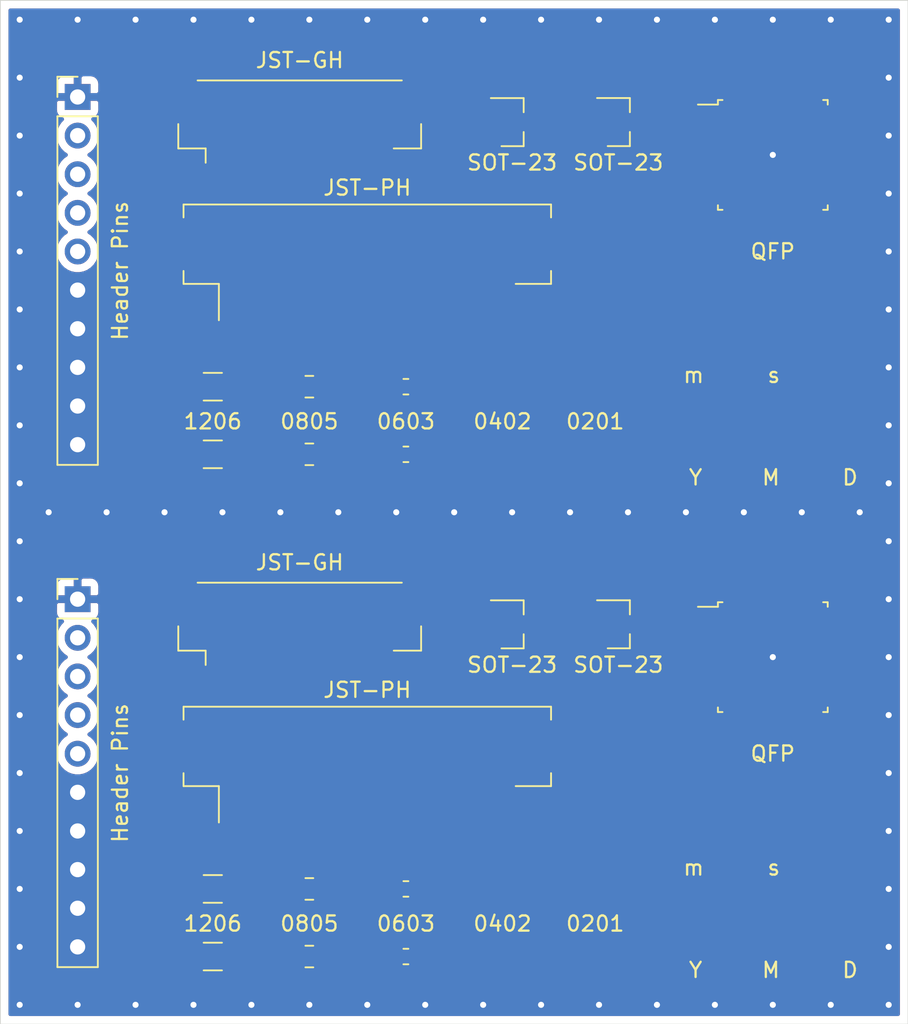
<source format=kicad_pcb>
(kicad_pcb (version 20171130) (host pcbnew 5.1.6-c6e7f7d~87~ubuntu20.04.1)
  (layers (0 F.Cu signal) (31 B.Cu signal) (34 B.Paste user) (35 F.Paste user) (36 B.SilkS user) (37 F.SilkS user) (38 B.Mask user) (39 F.Mask user) (44 Edge.Cuts user))
  (net 0 "")
  (net 1 GND)
  (net 2 "Net-(J1-Pad5)")
  (net 3 "Net-(J1-Pad4)")
  (net 4 "Net-(J1-Pad3)")
  (net 5 "Net-(J1-Pad2)")
  (net 6 "Net-(J2-Pad2)")
  (net 7 "Net-(J2-Pad3)")
  (net 8 "Net-(J2-Pad4)")
  (net 9 "Net-(J2-Pad5)")
  (net 10 "Net-(J3-Pad9)")
  (net 11 "Net-(J3-Pad8)")
  (net 12 "Net-(J3-Pad7)")
  (net 13 "Net-(J3-Pad6)")
  (net 14 "Net-(J3-Pad5)")
  (net 15 "Net-(J3-Pad4)")
  (net 16 "Net-(J3-Pad3)")
  (net 17 "Net-(J3-Pad2)")
  (net 18 "Net-(J4-Pad2)")
  (net 19 "Net-(J4-Pad3)")
  (net 20 "Net-(J4-Pad4)")
  (net 21 "Net-(J4-Pad5)")
  (net 22 "Net-(J4-Pad6)")
  (net 23 "Net-(J4-Pad7)")
  (net 24 "Net-(J4-Pad8)")
  (net 25 "Net-(J4-Pad9)")
  (net 26 "Net-(J5-Pad2)")
  (net 27 "Net-(J5-Pad3)")
  (net 28 "Net-(J5-Pad4)")
  (net 29 "Net-(J5-Pad5)")
  (net 30 "Net-(J5-Pad6)")
  (net 31 "Net-(J5-Pad7)")
  (net 32 "Net-(J5-Pad8)")
  (net 33 "Net-(J5-Pad9)")
  (net 34 "Net-(J6-Pad9)")
  (net 35 "Net-(J6-Pad8)")
  (net 36 "Net-(J6-Pad7)")
  (net 37 "Net-(J6-Pad6)")
  (net 38 "Net-(J6-Pad5)")
  (net 39 "Net-(J6-Pad4)")
  (net 40 "Net-(J6-Pad3)")
  (net 41 "Net-(J6-Pad2)")
  (net 42 "Net-(Q1-Pad2)")
  (net 43 "Net-(Q1-Pad1)")
  (net 44 "Net-(Q2-Pad1)")
  (net 45 "Net-(Q2-Pad2)")
  (net 46 "Net-(Q3-Pad1)")
  (net 47 "Net-(Q3-Pad2)")
  (net 48 "Net-(Q4-Pad2)")
  (net 49 "Net-(Q4-Pad1)")
  (net 50 "Net-(R1-Pad1)")
  (net 51 "Net-(R2-Pad2)")
  (net 52 "Net-(R3-Pad1)")
  (net 53 "Net-(R4-Pad2)")
  (net 54 "Net-(R5-Pad1)")
  (net 55 "Net-(R6-Pad2)")
  (net 56 "Net-(R7-Pad1)")
  (net 57 "Net-(R8-Pad2)")
  (net 58 "Net-(R9-Pad1)")
  (net 59 "Net-(R10-Pad2)")
  (net 60 "Net-(R11-Pad1)")
  (net 61 "Net-(R12-Pad2)")
  (net 62 "Net-(R13-Pad1)")
  (net 63 "Net-(R14-Pad2)")
  (net 64 "Net-(R15-Pad1)")
  (net 65 "Net-(R16-Pad2)")
  (net 66 "Net-(R17-Pad1)")
  (net 67 "Net-(R18-Pad2)")
  (net 68 "Net-(R19-Pad1)")
  (net 69 "Net-(R20-Pad2)")
  (module noob_tester:mdLogo (layer B.Cu) (at 128.778 67.564 180)
    (fp_text reference G*** hide)
    (fp_text value LOGO hide)
  )
  (module Package_QFP:LQFP-32_7x7mm_P0.8mm (layer F.Cu) (at 144.78 104.14)
    (fp_text reference U1b hide)
    (fp_text value LQFP-32_7x7mm_P0.8mm)
    (fp_line (start 3.31 3.61) (end 3.61 3.61) (layer F.SilkS) (width 0.12))
    (fp_line (start 3.61 3.61) (end 3.61 3.31) (layer F.SilkS) (width 0.12))
    (fp_line (start -3.31 3.61) (end -3.61 3.61) (layer F.SilkS) (width 0.12))
    (fp_line (start -3.61 3.61) (end -3.61 3.31) (layer F.SilkS) (width 0.12))
    (fp_line (start 3.31 -3.61) (end 3.61 -3.61) (layer F.SilkS) (width 0.12))
    (fp_line (start 3.61 -3.61) (end 3.61 -3.31) (layer F.SilkS) (width 0.12))
    (fp_line (start -3.31 -3.61) (end -3.61 -3.61) (layer F.SilkS) (width 0.12))
    (fp_line (start -3.61 -3.61) (end -3.61 -3.31) (layer F.SilkS) (width 0.12))
    (fp_line (start -3.61 -3.31) (end -4.925 -3.31) (layer F.SilkS) (width 0.12))
    (pad 1 smd roundrect (at -4.175 -2.8) (size 1.5 0.5) (layers F.Cu F.Paste F.Mask))
    (pad 2 smd roundrect (at -4.175 -2) (size 1.5 0.5) (layers F.Cu F.Paste F.Mask))
    (pad 3 smd roundrect (at -4.175 -1.2) (size 1.5 0.5) (layers F.Cu F.Paste F.Mask))
    (pad 4 smd roundrect (at -4.175 -0.4) (size 1.5 0.5) (layers F.Cu F.Paste F.Mask))
    (pad 5 smd roundrect (at -4.175 0.4) (size 1.5 0.5) (layers F.Cu F.Paste F.Mask))
    (pad 6 smd roundrect (at -4.175 1.2) (size 1.5 0.5) (layers F.Cu F.Paste F.Mask))
    (pad 7 smd roundrect (at -4.175 2) (size 1.5 0.5) (layers F.Cu F.Paste F.Mask))
    (pad 8 smd roundrect (at -4.175 2.8) (size 1.5 0.5) (layers F.Cu F.Paste F.Mask))
    (pad 9 smd roundrect (at -2.8 4.175) (size 0.5 1.5) (layers F.Cu F.Paste F.Mask))
    (pad 10 smd roundrect (at -2 4.175) (size 0.5 1.5) (layers F.Cu F.Paste F.Mask))
    (pad 11 smd roundrect (at -1.2 4.175) (size 0.5 1.5) (layers F.Cu F.Paste F.Mask))
    (pad 12 smd roundrect (at -0.4 4.175) (size 0.5 1.5) (layers F.Cu F.Paste F.Mask))
    (pad 13 smd roundrect (at 0.4 4.175) (size 0.5 1.5) (layers F.Cu F.Paste F.Mask))
    (pad 14 smd roundrect (at 1.2 4.175) (size 0.5 1.5) (layers F.Cu F.Paste F.Mask))
    (pad 15 smd roundrect (at 2 4.175) (size 0.5 1.5) (layers F.Cu F.Paste F.Mask))
    (pad 16 smd roundrect (at 2.8 4.175) (size 0.5 1.5) (layers F.Cu F.Paste F.Mask))
    (pad 17 smd roundrect (at 4.175 2.8) (size 1.5 0.5) (layers F.Cu F.Paste F.Mask))
    (pad 18 smd roundrect (at 4.175 2) (size 1.5 0.5) (layers F.Cu F.Paste F.Mask))
    (pad 19 smd roundrect (at 4.175 1.2) (size 1.5 0.5) (layers F.Cu F.Paste F.Mask))
    (pad 20 smd roundrect (at 4.175 0.4) (size 1.5 0.5) (layers F.Cu F.Paste F.Mask))
    (pad 21 smd roundrect (at 4.175 -0.4) (size 1.5 0.5) (layers F.Cu F.Paste F.Mask))
    (pad 22 smd roundrect (at 4.175 -1.2) (size 1.5 0.5) (layers F.Cu F.Paste F.Mask))
    (pad 23 smd roundrect (at 4.175 -2) (size 1.5 0.5) (layers F.Cu F.Paste F.Mask))
    (pad 24 smd roundrect (at 4.175 -2.8) (size 1.5 0.5) (layers F.Cu F.Paste F.Mask))
    (pad 25 smd roundrect (at 2.8 -4.175) (size 0.5 1.5) (layers F.Cu F.Paste F.Mask))
    (pad 26 smd roundrect (at 2 -4.175) (size 0.5 1.5) (layers F.Cu F.Paste F.Mask))
    (pad 27 smd roundrect (at 1.2 -4.175) (size 0.5 1.5) (layers F.Cu F.Paste F.Mask))
    (pad 28 smd roundrect (at 0.4 -4.175) (size 0.5 1.5) (layers F.Cu F.Paste F.Mask))
    (pad 29 smd roundrect (at -0.4 -4.175) (size 0.5 1.5) (layers F.Cu F.Paste F.Mask))
    (pad 30 smd roundrect (at -1.2 -4.175) (size 0.5 1.5) (layers F.Cu F.Paste F.Mask))
    (pad 31 smd roundrect (at -2 -4.175) (size 0.5 1.5) (layers F.Cu F.Paste F.Mask))
    (pad 32 smd roundrect (at -2.8 -4.175) (size 0.5 1.5) (layers F.Cu F.Paste F.Mask))
  )
  (module Package_QFP:LQFP-32_7x7mm_P0.8mm (layer F.Cu) (at 144.78 71.12)
    (fp_text reference U1a hide)
    (fp_text value LQFP-32_7x7mm_P0.8mm)
    (fp_line (start 3.31 3.61) (end 3.61 3.61) (layer F.SilkS) (width 0.12))
    (fp_line (start 3.61 3.61) (end 3.61 3.31) (layer F.SilkS) (width 0.12))
    (fp_line (start -3.31 3.61) (end -3.61 3.61) (layer F.SilkS) (width 0.12))
    (fp_line (start -3.61 3.61) (end -3.61 3.31) (layer F.SilkS) (width 0.12))
    (fp_line (start 3.31 -3.61) (end 3.61 -3.61) (layer F.SilkS) (width 0.12))
    (fp_line (start 3.61 -3.61) (end 3.61 -3.31) (layer F.SilkS) (width 0.12))
    (fp_line (start -3.31 -3.61) (end -3.61 -3.61) (layer F.SilkS) (width 0.12))
    (fp_line (start -3.61 -3.61) (end -3.61 -3.31) (layer F.SilkS) (width 0.12))
    (fp_line (start -3.61 -3.31) (end -4.925 -3.31) (layer F.SilkS) (width 0.12))
    (pad 32 smd roundrect (at -2.8 -4.175) (size 0.5 1.5) (layers F.Cu F.Paste F.Mask))
    (pad 31 smd roundrect (at -2 -4.175) (size 0.5 1.5) (layers F.Cu F.Paste F.Mask))
    (pad 30 smd roundrect (at -1.2 -4.175) (size 0.5 1.5) (layers F.Cu F.Paste F.Mask))
    (pad 29 smd roundrect (at -0.4 -4.175) (size 0.5 1.5) (layers F.Cu F.Paste F.Mask))
    (pad 28 smd roundrect (at 0.4 -4.175) (size 0.5 1.5) (layers F.Cu F.Paste F.Mask))
    (pad 27 smd roundrect (at 1.2 -4.175) (size 0.5 1.5) (layers F.Cu F.Paste F.Mask))
    (pad 26 smd roundrect (at 2 -4.175) (size 0.5 1.5) (layers F.Cu F.Paste F.Mask))
    (pad 25 smd roundrect (at 2.8 -4.175) (size 0.5 1.5) (layers F.Cu F.Paste F.Mask))
    (pad 24 smd roundrect (at 4.175 -2.8) (size 1.5 0.5) (layers F.Cu F.Paste F.Mask))
    (pad 23 smd roundrect (at 4.175 -2) (size 1.5 0.5) (layers F.Cu F.Paste F.Mask))
    (pad 22 smd roundrect (at 4.175 -1.2) (size 1.5 0.5) (layers F.Cu F.Paste F.Mask))
    (pad 21 smd roundrect (at 4.175 -0.4) (size 1.5 0.5) (layers F.Cu F.Paste F.Mask))
    (pad 20 smd roundrect (at 4.175 0.4) (size 1.5 0.5) (layers F.Cu F.Paste F.Mask))
    (pad 19 smd roundrect (at 4.175 1.2) (size 1.5 0.5) (layers F.Cu F.Paste F.Mask))
    (pad 18 smd roundrect (at 4.175 2) (size 1.5 0.5) (layers F.Cu F.Paste F.Mask))
    (pad 17 smd roundrect (at 4.175 2.8) (size 1.5 0.5) (layers F.Cu F.Paste F.Mask))
    (pad 16 smd roundrect (at 2.8 4.175) (size 0.5 1.5) (layers F.Cu F.Paste F.Mask))
    (pad 15 smd roundrect (at 2 4.175) (size 0.5 1.5) (layers F.Cu F.Paste F.Mask))
    (pad 14 smd roundrect (at 1.2 4.175) (size 0.5 1.5) (layers F.Cu F.Paste F.Mask))
    (pad 13 smd roundrect (at 0.4 4.175) (size 0.5 1.5) (layers F.Cu F.Paste F.Mask))
    (pad 12 smd roundrect (at -0.4 4.175) (size 0.5 1.5) (layers F.Cu F.Paste F.Mask))
    (pad 11 smd roundrect (at -1.2 4.175) (size 0.5 1.5) (layers F.Cu F.Paste F.Mask))
    (pad 10 smd roundrect (at -2 4.175) (size 0.5 1.5) (layers F.Cu F.Paste F.Mask))
    (pad 9 smd roundrect (at -2.8 4.175) (size 0.5 1.5) (layers F.Cu F.Paste F.Mask))
    (pad 8 smd roundrect (at -4.175 2.8) (size 1.5 0.5) (layers F.Cu F.Paste F.Mask))
    (pad 7 smd roundrect (at -4.175 2) (size 1.5 0.5) (layers F.Cu F.Paste F.Mask))
    (pad 6 smd roundrect (at -4.175 1.2) (size 1.5 0.5) (layers F.Cu F.Paste F.Mask))
    (pad 5 smd roundrect (at -4.175 0.4) (size 1.5 0.5) (layers F.Cu F.Paste F.Mask))
    (pad 4 smd roundrect (at -4.175 -0.4) (size 1.5 0.5) (layers F.Cu F.Paste F.Mask))
    (pad 3 smd roundrect (at -4.175 -1.2) (size 1.5 0.5) (layers F.Cu F.Paste F.Mask))
    (pad 2 smd roundrect (at -4.175 -2) (size 1.5 0.5) (layers F.Cu F.Paste F.Mask))
    (pad 1 smd roundrect (at -4.175 -2.8) (size 1.5 0.5) (layers F.Cu F.Paste F.Mask))
  )
  (module Connector_PinHeader_2.54mm:PinHeader_1x10_P2.54mm_Vertical (layer F.Cu) (at 99.06 67.31)
    (fp_text reference J1 hide)
    (fp_text value Conn_01x10_Male)
    (fp_line (start -1.33 -1.33) (end 0 -1.33) (layer F.SilkS) (width 0.12))
    (fp_line (start -1.33 0) (end -1.33 -1.33) (layer F.SilkS) (width 0.12))
    (fp_line (start -1.33 1.27) (end 1.33 1.27) (layer F.SilkS) (width 0.12))
    (fp_line (start 1.33 1.27) (end 1.33 24.19) (layer F.SilkS) (width 0.12))
    (fp_line (start -1.33 1.27) (end -1.33 24.19) (layer F.SilkS) (width 0.12))
    (fp_line (start -1.33 24.19) (end 1.33 24.19) (layer F.SilkS) (width 0.12))
    (pad 10 thru_hole oval (at 0 22.86) (size 1.7 1.7) (drill 1) (layers *.Cu *.Mask) (net 1 GND))
    (pad 9 thru_hole oval (at 0 20.32) (size 1.7 1.7) (drill 1) (layers *.Cu *.Mask) (net 1 GND))
    (pad 8 thru_hole oval (at 0 17.78) (size 1.7 1.7) (drill 1) (layers *.Cu *.Mask) (net 1 GND))
    (pad 7 thru_hole oval (at 0 15.24) (size 1.7 1.7) (drill 1) (layers *.Cu *.Mask) (net 1 GND))
    (pad 6 thru_hole oval (at 0 12.7) (size 1.7 1.7) (drill 1) (layers *.Cu *.Mask) (net 1 GND))
    (pad 5 thru_hole oval (at 0 10.16) (size 1.7 1.7) (drill 1) (layers *.Cu *.Mask) (net 2 "Net-(J1-Pad5)"))
    (pad 4 thru_hole oval (at 0 7.62) (size 1.7 1.7) (drill 1) (layers *.Cu *.Mask) (net 3 "Net-(J1-Pad4)"))
    (pad 3 thru_hole oval (at 0 5.08) (size 1.7 1.7) (drill 1) (layers *.Cu *.Mask) (net 4 "Net-(J1-Pad3)"))
    (pad 2 thru_hole oval (at 0 2.54) (size 1.7 1.7) (drill 1) (layers *.Cu *.Mask) (net 5 "Net-(J1-Pad2)"))
    (pad 1 thru_hole rect (at 0 0) (size 1.7 1.7) (drill 1) (layers *.Cu *.Mask) (net 1 GND))
  )
  (module Connector_PinHeader_2.54mm:PinHeader_1x10_P2.54mm_Vertical (layer F.Cu) (at 99.06 100.33)
    (fp_text reference J2 hide)
    (fp_text value Conn_01x10_Male)
    (fp_line (start -1.33 24.19) (end 1.33 24.19) (layer F.SilkS) (width 0.12))
    (fp_line (start -1.33 1.27) (end -1.33 24.19) (layer F.SilkS) (width 0.12))
    (fp_line (start 1.33 1.27) (end 1.33 24.19) (layer F.SilkS) (width 0.12))
    (fp_line (start -1.33 1.27) (end 1.33 1.27) (layer F.SilkS) (width 0.12))
    (fp_line (start -1.33 0) (end -1.33 -1.33) (layer F.SilkS) (width 0.12))
    (fp_line (start -1.33 -1.33) (end 0 -1.33) (layer F.SilkS) (width 0.12))
    (pad 1 thru_hole rect (at 0 0) (size 1.7 1.7) (drill 1) (layers *.Cu *.Mask) (net 1 GND))
    (pad 2 thru_hole oval (at 0 2.54) (size 1.7 1.7) (drill 1) (layers *.Cu *.Mask) (net 6 "Net-(J2-Pad2)"))
    (pad 3 thru_hole oval (at 0 5.08) (size 1.7 1.7) (drill 1) (layers *.Cu *.Mask) (net 7 "Net-(J2-Pad3)"))
    (pad 4 thru_hole oval (at 0 7.62) (size 1.7 1.7) (drill 1) (layers *.Cu *.Mask) (net 8 "Net-(J2-Pad4)"))
    (pad 5 thru_hole oval (at 0 10.16) (size 1.7 1.7) (drill 1) (layers *.Cu *.Mask) (net 9 "Net-(J2-Pad5)"))
    (pad 6 thru_hole oval (at 0 12.7) (size 1.7 1.7) (drill 1) (layers *.Cu *.Mask) (net 1 GND))
    (pad 7 thru_hole oval (at 0 15.24) (size 1.7 1.7) (drill 1) (layers *.Cu *.Mask) (net 1 GND))
    (pad 8 thru_hole oval (at 0 17.78) (size 1.7 1.7) (drill 1) (layers *.Cu *.Mask) (net 1 GND))
    (pad 9 thru_hole oval (at 0 20.32) (size 1.7 1.7) (drill 1) (layers *.Cu *.Mask) (net 1 GND))
    (pad 10 thru_hole oval (at 0 22.86) (size 1.7 1.7) (drill 1) (layers *.Cu *.Mask) (net 1 GND))
  )
  (module Connector_JST:JST_GH_BM10B-GHS-TBT_1x10-1MP_P1.25mm_Vertical (layer F.Cu) (at 113.665 68.834)
    (fp_text reference J3 hide)
    (fp_text value Conn_01x10_Male)
    (fp_line (start -6.715 -2.61) (end 6.715 -2.61) (layer F.SilkS) (width 0.12))
    (fp_line (start 7.985 1.86) (end 6.185 1.86) (layer F.SilkS) (width 0.12))
    (fp_line (start 7.985 0.26) (end 7.985 1.86) (layer F.SilkS) (width 0.12))
    (fp_line (start -6.185 1.86) (end -6.185 2.8) (layer F.SilkS) (width 0.12))
    (fp_line (start -7.985 1.86) (end -6.185 1.86) (layer F.SilkS) (width 0.12))
    (fp_line (start -7.985 0.26) (end -7.985 1.86) (layer F.SilkS) (width 0.12))
    (pad MP smd roundrect (at 7.475 -1.4) (size 1 2.8) (layers F.Cu F.Paste F.Mask))
    (pad MP smd roundrect (at -7.475 -1.4) (size 1 2.8) (layers F.Cu F.Paste F.Mask))
    (pad 10 smd roundrect (at 5.625 1.95) (size 0.6 1.7) (layers F.Cu F.Paste F.Mask) (net 1 GND))
    (pad 9 smd roundrect (at 4.375 1.95) (size 0.6 1.7) (layers F.Cu F.Paste F.Mask) (net 10 "Net-(J3-Pad9)"))
    (pad 8 smd roundrect (at 3.125 1.95) (size 0.6 1.7) (layers F.Cu F.Paste F.Mask) (net 11 "Net-(J3-Pad8)"))
    (pad 7 smd roundrect (at 1.875 1.95) (size 0.6 1.7) (layers F.Cu F.Paste F.Mask) (net 12 "Net-(J3-Pad7)"))
    (pad 6 smd roundrect (at 0.625 1.95) (size 0.6 1.7) (layers F.Cu F.Paste F.Mask) (net 13 "Net-(J3-Pad6)"))
    (pad 5 smd roundrect (at -0.625 1.95) (size 0.6 1.7) (layers F.Cu F.Paste F.Mask) (net 14 "Net-(J3-Pad5)"))
    (pad 4 smd roundrect (at -1.875 1.95) (size 0.6 1.7) (layers F.Cu F.Paste F.Mask) (net 15 "Net-(J3-Pad4)"))
    (pad 3 smd roundrect (at -3.125 1.95) (size 0.6 1.7) (layers F.Cu F.Paste F.Mask) (net 16 "Net-(J3-Pad3)"))
    (pad 2 smd roundrect (at -4.375 1.95) (size 0.6 1.7) (layers F.Cu F.Paste F.Mask) (net 17 "Net-(J3-Pad2)"))
    (pad 1 smd roundrect (at -5.625 1.95) (size 0.6 1.7) (layers F.Cu F.Paste F.Mask) (net 1 GND))
  )
  (module Connector_JST:JST_GH_BM10B-GHS-TBT_1x10-1MP_P1.25mm_Vertical (layer F.Cu) (at 113.665 101.854)
    (fp_text reference J4 hide)
    (fp_text value Conn_01x10_Male)
    (fp_line (start -7.985 0.26) (end -7.985 1.86) (layer F.SilkS) (width 0.12))
    (fp_line (start -7.985 1.86) (end -6.185 1.86) (layer F.SilkS) (width 0.12))
    (fp_line (start -6.185 1.86) (end -6.185 2.8) (layer F.SilkS) (width 0.12))
    (fp_line (start 7.985 0.26) (end 7.985 1.86) (layer F.SilkS) (width 0.12))
    (fp_line (start 7.985 1.86) (end 6.185 1.86) (layer F.SilkS) (width 0.12))
    (fp_line (start -6.715 -2.61) (end 6.715 -2.61) (layer F.SilkS) (width 0.12))
    (pad 1 smd roundrect (at -5.625 1.95) (size 0.6 1.7) (layers F.Cu F.Paste F.Mask) (net 1 GND))
    (pad 2 smd roundrect (at -4.375 1.95) (size 0.6 1.7) (layers F.Cu F.Paste F.Mask) (net 18 "Net-(J4-Pad2)"))
    (pad 3 smd roundrect (at -3.125 1.95) (size 0.6 1.7) (layers F.Cu F.Paste F.Mask) (net 19 "Net-(J4-Pad3)"))
    (pad 4 smd roundrect (at -1.875 1.95) (size 0.6 1.7) (layers F.Cu F.Paste F.Mask) (net 20 "Net-(J4-Pad4)"))
    (pad 5 smd roundrect (at -0.625 1.95) (size 0.6 1.7) (layers F.Cu F.Paste F.Mask) (net 21 "Net-(J4-Pad5)"))
    (pad 6 smd roundrect (at 0.625 1.95) (size 0.6 1.7) (layers F.Cu F.Paste F.Mask) (net 22 "Net-(J4-Pad6)"))
    (pad 7 smd roundrect (at 1.875 1.95) (size 0.6 1.7) (layers F.Cu F.Paste F.Mask) (net 23 "Net-(J4-Pad7)"))
    (pad 8 smd roundrect (at 3.125 1.95) (size 0.6 1.7) (layers F.Cu F.Paste F.Mask) (net 24 "Net-(J4-Pad8)"))
    (pad 9 smd roundrect (at 4.375 1.95) (size 0.6 1.7) (layers F.Cu F.Paste F.Mask) (net 25 "Net-(J4-Pad9)"))
    (pad 10 smd roundrect (at 5.625 1.95) (size 0.6 1.7) (layers F.Cu F.Paste F.Mask) (net 1 GND))
    (pad MP smd roundrect (at -7.475 -1.4) (size 1 2.8) (layers F.Cu F.Paste F.Mask))
    (pad MP smd roundrect (at 7.475 -1.4) (size 1 2.8) (layers F.Cu F.Paste F.Mask))
  )
  (module Package_TO_SOT_SMD:SOT-23 (layer F.Cu) (at 127.635 101.985)
    (fp_text reference Q1 hide)
    (fp_text value Q_NJFET_DGS)
    (fp_line (start 0.76 1.58) (end -0.7 1.58) (layer F.SilkS) (width 0.12))
    (fp_line (start 0.76 -1.58) (end -1.4 -1.58) (layer F.SilkS) (width 0.12))
    (fp_line (start 0.76 -1.58) (end 0.76 -0.65) (layer F.SilkS) (width 0.12))
    (fp_line (start 0.76 1.58) (end 0.76 0.65) (layer F.SilkS) (width 0.12))
    (pad 3 smd rect (at 1 0) (size 0.9 0.8) (layers F.Cu F.Paste F.Mask) (net 1 GND))
    (pad 2 smd rect (at -1 0.95) (size 0.9 0.8) (layers F.Cu F.Paste F.Mask) (net 42 "Net-(Q1-Pad2)"))
    (pad 1 smd rect (at -1 -0.95) (size 0.9 0.8) (layers F.Cu F.Paste F.Mask) (net 43 "Net-(Q1-Pad1)"))
  )
  (module Package_TO_SOT_SMD:SOT-23 (layer F.Cu) (at 134.62 101.981)
    (fp_text reference Q2 hide)
    (fp_text value Q_NJFET_DGS)
    (fp_line (start 0.76 1.58) (end 0.76 0.65) (layer F.SilkS) (width 0.12))
    (fp_line (start 0.76 -1.58) (end 0.76 -0.65) (layer F.SilkS) (width 0.12))
    (fp_line (start 0.76 -1.58) (end -1.4 -1.58) (layer F.SilkS) (width 0.12))
    (fp_line (start 0.76 1.58) (end -0.7 1.58) (layer F.SilkS) (width 0.12))
    (pad 1 smd rect (at -1 -0.95) (size 0.9 0.8) (layers F.Cu F.Paste F.Mask) (net 44 "Net-(Q2-Pad1)"))
    (pad 2 smd rect (at -1 0.95) (size 0.9 0.8) (layers F.Cu F.Paste F.Mask) (net 45 "Net-(Q2-Pad2)"))
    (pad 3 smd rect (at 1 0) (size 0.9 0.8) (layers F.Cu F.Paste F.Mask) (net 1 GND))
  )
  (module Package_TO_SOT_SMD:SOT-23 (layer F.Cu) (at 127.635 68.965)
    (fp_text reference Q3 hide)
    (fp_text value Q_NJFET_DGS)
    (fp_line (start 0.76 1.58) (end 0.76 0.65) (layer F.SilkS) (width 0.12))
    (fp_line (start 0.76 -1.58) (end 0.76 -0.65) (layer F.SilkS) (width 0.12))
    (fp_line (start 0.76 -1.58) (end -1.4 -1.58) (layer F.SilkS) (width 0.12))
    (fp_line (start 0.76 1.58) (end -0.7 1.58) (layer F.SilkS) (width 0.12))
    (pad 1 smd rect (at -1 -0.95) (size 0.9 0.8) (layers F.Cu F.Paste F.Mask) (net 46 "Net-(Q3-Pad1)"))
    (pad 2 smd rect (at -1 0.95) (size 0.9 0.8) (layers F.Cu F.Paste F.Mask) (net 47 "Net-(Q3-Pad2)"))
    (pad 3 smd rect (at 1 0) (size 0.9 0.8) (layers F.Cu F.Paste F.Mask) (net 1 GND))
  )
  (module Package_TO_SOT_SMD:SOT-23 (layer F.Cu) (at 134.62 68.961)
    (fp_text reference Q4 hide)
    (fp_text value Q_NJFET_DGS)
    (fp_line (start 0.76 1.58) (end -0.7 1.58) (layer F.SilkS) (width 0.12))
    (fp_line (start 0.76 -1.58) (end -1.4 -1.58) (layer F.SilkS) (width 0.12))
    (fp_line (start 0.76 -1.58) (end 0.76 -0.65) (layer F.SilkS) (width 0.12))
    (fp_line (start 0.76 1.58) (end 0.76 0.65) (layer F.SilkS) (width 0.12))
    (pad 3 smd rect (at 1 0) (size 0.9 0.8) (layers F.Cu F.Paste F.Mask) (net 1 GND))
    (pad 2 smd rect (at -1 0.95) (size 0.9 0.8) (layers F.Cu F.Paste F.Mask) (net 48 "Net-(Q4-Pad2)"))
    (pad 1 smd rect (at -1 -0.95) (size 0.9 0.8) (layers F.Cu F.Paste F.Mask) (net 49 "Net-(Q4-Pad1)"))
  )
  (module Resistor_SMD:R_1206_3216Metric (layer F.Cu) (at 107.95 119.38)
    (fp_text reference R1 hide)
    (fp_text value R_US)
    (fp_line (start -0.602064 0.91) (end 0.602064 0.91) (layer F.SilkS) (width 0.12))
    (fp_line (start -0.602064 -0.91) (end 0.602064 -0.91) (layer F.SilkS) (width 0.12))
    (pad 2 smd roundrect (at 1.4 0) (size 1.25 1.75) (layers F.Cu F.Paste F.Mask) (roundrect_rratio 0.2) (net 1 GND))
    (pad 1 smd roundrect (at -1.4 0) (size 1.25 1.75) (layers F.Cu F.Paste F.Mask) (roundrect_rratio 0.2) (net 50 "Net-(R1-Pad1)"))
  )
  (module Resistor_SMD:R_1206_3216Metric (layer F.Cu) (at 107.95 86.36 180)
    (fp_text reference R2 hide)
    (fp_text value R_US)
    (fp_line (start -0.602064 0.91) (end 0.602064 0.91) (layer F.SilkS) (width 0.12))
    (fp_line (start -0.602064 -0.91) (end 0.602064 -0.91) (layer F.SilkS) (width 0.12))
    (pad 2 smd roundrect (at 1.4 0 180) (size 1.25 1.75) (layers F.Cu F.Paste F.Mask) (roundrect_rratio 0.2) (net 51 "Net-(R2-Pad2)"))
    (pad 1 smd roundrect (at -1.4 0 180) (size 1.25 1.75) (layers F.Cu F.Paste F.Mask) (roundrect_rratio 0.2) (net 1 GND))
  )
  (module Resistor_SMD:R_1206_3216Metric (layer F.Cu) (at 107.95 123.825)
    (fp_text reference R3 hide)
    (fp_text value R_US)
    (fp_line (start -0.602064 -0.91) (end 0.602064 -0.91) (layer F.SilkS) (width 0.12))
    (fp_line (start -0.602064 0.91) (end 0.602064 0.91) (layer F.SilkS) (width 0.12))
    (pad 1 smd roundrect (at -1.4 0) (size 1.25 1.75) (layers F.Cu F.Paste F.Mask) (roundrect_rratio 0.2) (net 52 "Net-(R3-Pad1)"))
    (pad 2 smd roundrect (at 1.4 0) (size 1.25 1.75) (layers F.Cu F.Paste F.Mask) (roundrect_rratio 0.2) (net 1 GND))
  )
  (module Resistor_SMD:R_1206_3216Metric (layer F.Cu) (at 107.95 90.805 180)
    (fp_text reference R4 hide)
    (fp_text value R_US)
    (fp_line (start -0.602064 -0.91) (end 0.602064 -0.91) (layer F.SilkS) (width 0.12))
    (fp_line (start -0.602064 0.91) (end 0.602064 0.91) (layer F.SilkS) (width 0.12))
    (pad 1 smd roundrect (at -1.4 0 180) (size 1.25 1.75) (layers F.Cu F.Paste F.Mask) (roundrect_rratio 0.2) (net 1 GND))
    (pad 2 smd roundrect (at 1.4 0 180) (size 1.25 1.75) (layers F.Cu F.Paste F.Mask) (roundrect_rratio 0.2) (net 53 "Net-(R4-Pad2)"))
  )
  (module Resistor_SMD:R_0805_2012Metric (layer F.Cu) (at 114.3 86.36)
    (fp_text reference R5 hide)
    (fp_text value R_US)
    (fp_line (start -0.258578 0.71) (end 0.258578 0.71) (layer F.SilkS) (width 0.12))
    (fp_line (start -0.258578 -0.71) (end 0.258578 -0.71) (layer F.SilkS) (width 0.12))
    (pad 2 smd roundrect (at 0.9375 0) (size 0.975 1.4) (layers F.Cu F.Paste F.Mask) (net 1 GND))
    (pad 1 smd roundrect (at -0.9375 0) (size 0.975 1.4) (layers F.Cu F.Paste F.Mask) (net 54 "Net-(R5-Pad1)"))
  )
  (module Resistor_SMD:R_0805_2012Metric (layer F.Cu) (at 114.3 90.805 180)
    (fp_text reference R6 hide)
    (fp_text value R_US)
    (fp_line (start -0.258578 0.71) (end 0.258578 0.71) (layer F.SilkS) (width 0.12))
    (fp_line (start -0.258578 -0.71) (end 0.258578 -0.71) (layer F.SilkS) (width 0.12))
    (pad 2 smd roundrect (at 0.9375 0 180) (size 0.975 1.4) (layers F.Cu F.Paste F.Mask) (net 55 "Net-(R6-Pad2)"))
    (pad 1 smd roundrect (at -0.9375 0 180) (size 0.975 1.4) (layers F.Cu F.Paste F.Mask) (net 1 GND))
  )
  (module Resistor_SMD:R_0805_2012Metric (layer F.Cu) (at 114.3 119.38)
    (fp_text reference R7 hide)
    (fp_text value R_US)
    (fp_line (start -0.258578 -0.71) (end 0.258578 -0.71) (layer F.SilkS) (width 0.12))
    (fp_line (start -0.258578 0.71) (end 0.258578 0.71) (layer F.SilkS) (width 0.12))
    (pad 1 smd roundrect (at -0.9375 0) (size 0.975 1.4) (layers F.Cu F.Paste F.Mask) (net 56 "Net-(R7-Pad1)"))
    (pad 2 smd roundrect (at 0.9375 0) (size 0.975 1.4) (layers F.Cu F.Paste F.Mask) (net 1 GND))
  )
  (module Resistor_SMD:R_0805_2012Metric (layer F.Cu) (at 114.3 123.825 180)
    (fp_text reference R8 hide)
    (fp_text value R_US)
    (fp_line (start -0.258578 -0.71) (end 0.258578 -0.71) (layer F.SilkS) (width 0.12))
    (fp_line (start -0.258578 0.71) (end 0.258578 0.71) (layer F.SilkS) (width 0.12))
    (pad 1 smd roundrect (at -0.9375 0 180) (size 0.975 1.4) (layers F.Cu F.Paste F.Mask) (net 1 GND))
    (pad 2 smd roundrect (at 0.9375 0 180) (size 0.975 1.4) (layers F.Cu F.Paste F.Mask) (net 57 "Net-(R8-Pad2)"))
  )
  (module Resistor_SMD:R_0603_1608Metric (layer F.Cu) (at 120.65 119.38)
    (fp_text reference R9 hide)
    (fp_text value R_US)
    (fp_line (start -0.162779 -0.51) (end 0.162779 -0.51) (layer F.SilkS) (width 0.12))
    (fp_line (start -0.162779 0.51) (end 0.162779 0.51) (layer F.SilkS) (width 0.12))
    (pad 1 smd roundrect (at -0.7875 0) (size 0.875 0.95) (layers F.Cu F.Paste F.Mask) (net 58 "Net-(R9-Pad1)"))
    (pad 2 smd roundrect (at 0.7875 0) (size 0.875 0.95) (layers F.Cu F.Paste F.Mask) (net 1 GND))
  )
  (module Resistor_SMD:R_0603_1608Metric (layer F.Cu) (at 120.65 123.825 180)
    (fp_text reference R10 hide)
    (fp_text value R_US)
    (fp_line (start -0.162779 0.51) (end 0.162779 0.51) (layer F.SilkS) (width 0.12))
    (fp_line (start -0.162779 -0.51) (end 0.162779 -0.51) (layer F.SilkS) (width 0.12))
    (pad 2 smd roundrect (at 0.7875 0 180) (size 0.875 0.95) (layers F.Cu F.Paste F.Mask) (net 59 "Net-(R10-Pad2)"))
    (pad 1 smd roundrect (at -0.7875 0 180) (size 0.875 0.95) (layers F.Cu F.Paste F.Mask) (net 1 GND))
  )
  (module Resistor_SMD:R_0603_1608Metric (layer F.Cu) (at 120.65 86.36)
    (fp_text reference R11 hide)
    (fp_text value R_US)
    (fp_line (start -0.162779 0.51) (end 0.162779 0.51) (layer F.SilkS) (width 0.12))
    (fp_line (start -0.162779 -0.51) (end 0.162779 -0.51) (layer F.SilkS) (width 0.12))
    (pad 2 smd roundrect (at 0.7875 0) (size 0.875 0.95) (layers F.Cu F.Paste F.Mask) (net 1 GND))
    (pad 1 smd roundrect (at -0.7875 0) (size 0.875 0.95) (layers F.Cu F.Paste F.Mask) (net 60 "Net-(R11-Pad1)"))
  )
  (module Resistor_SMD:R_0603_1608Metric (layer F.Cu) (at 120.65 90.805 180)
    (fp_text reference R12 hide)
    (fp_text value R_US)
    (fp_line (start -0.162779 -0.51) (end 0.162779 -0.51) (layer F.SilkS) (width 0.12))
    (fp_line (start -0.162779 0.51) (end 0.162779 0.51) (layer F.SilkS) (width 0.12))
    (pad 1 smd roundrect (at -0.7875 0 180) (size 0.875 0.95) (layers F.Cu F.Paste F.Mask) (net 1 GND))
    (pad 2 smd roundrect (at 0.7875 0 180) (size 0.875 0.95) (layers F.Cu F.Paste F.Mask) (net 61 "Net-(R12-Pad2)"))
  )
  (module Resistor_SMD:R_0402_1005Metric (layer F.Cu) (at 127 86.36)
    (fp_text reference R13 hide)
    (fp_text value R_US)
    (pad 1 smd roundrect (at -0.485 0) (size 0.59 0.64) (layers F.Cu F.Paste F.Mask) (net 62 "Net-(R13-Pad1)"))
    (pad 2 smd roundrect (at 0.485 0) (size 0.59 0.64) (layers F.Cu F.Paste F.Mask) (net 1 GND))
  )
  (module Resistor_SMD:R_0402_1005Metric (layer F.Cu) (at 127 90.805 180)
    (fp_text reference R14 hide)
    (fp_text value R_US)
    (pad 1 smd roundrect (at -0.485 0 180) (size 0.59 0.64) (layers F.Cu F.Paste F.Mask) (net 1 GND))
    (pad 2 smd roundrect (at 0.485 0 180) (size 0.59 0.64) (layers F.Cu F.Paste F.Mask) (net 63 "Net-(R14-Pad2)"))
  )
  (module Resistor_SMD:R_0402_1005Metric (layer F.Cu) (at 127 119.38)
    (fp_text reference R15 hide)
    (fp_text value R_US)
    (pad 2 smd roundrect (at 0.485 0) (size 0.59 0.64) (layers F.Cu F.Paste F.Mask) (net 1 GND))
    (pad 1 smd roundrect (at -0.485 0) (size 0.59 0.64) (layers F.Cu F.Paste F.Mask) (net 64 "Net-(R15-Pad1)"))
  )
  (module Resistor_SMD:R_0402_1005Metric (layer F.Cu) (at 127 123.825 180)
    (fp_text reference R16 hide)
    (fp_text value R_US)
    (pad 2 smd roundrect (at 0.485 0 180) (size 0.59 0.64) (layers F.Cu F.Paste F.Mask) (net 65 "Net-(R16-Pad2)"))
    (pad 1 smd roundrect (at -0.485 0 180) (size 0.59 0.64) (layers F.Cu F.Paste F.Mask) (net 1 GND))
  )
  (module Resistor_SMD:R_0201_0603Metric (layer F.Cu) (at 133.03 86.36)
    (fp_text reference R17 hide)
    (fp_text value R_US)
    (pad 1 smd roundrect (at -0.32 0) (size 0.46 0.4) (layers F.Cu F.Mask) (net 66 "Net-(R17-Pad1)"))
    (pad 2 smd roundrect (at 0.32 0) (size 0.46 0.4) (layers F.Cu F.Mask) (net 1 GND))
  )
  (module Resistor_SMD:R_0201_0603Metric (layer F.Cu) (at 133.096 90.805 180)
    (fp_text reference R18 hide)
    (fp_text value R_US)
    (pad 1 smd roundrect (at -0.32 0 180) (size 0.46 0.4) (layers F.Cu F.Mask) (net 1 GND))
    (pad 2 smd roundrect (at 0.32 0 180) (size 0.46 0.4) (layers F.Cu F.Mask) (net 67 "Net-(R18-Pad2)"))
  )
  (module Resistor_SMD:R_0201_0603Metric (layer F.Cu) (at 133.03 119.38)
    (fp_text reference R19 hide)
    (fp_text value R_US)
    (pad 2 smd roundrect (at 0.32 0) (size 0.46 0.4) (layers F.Cu F.Mask) (net 1 GND))
    (pad 1 smd roundrect (at -0.32 0) (size 0.46 0.4) (layers F.Cu F.Mask) (net 68 "Net-(R19-Pad1)"))
  )
  (module Resistor_SMD:R_0201_0603Metric (layer F.Cu) (at 133.096 123.825 180)
    (fp_text reference R20 hide)
    (fp_text value R_US)
    (pad 2 smd roundrect (at 0.32 0 180) (size 0.46 0.4) (layers F.Cu F.Mask) (net 69 "Net-(R20-Pad2)"))
    (pad 1 smd roundrect (at -0.32 0 180) (size 0.46 0.4) (layers F.Cu F.Mask) (net 1 GND))
  )
  (module Connector_JST:JST_PH_B10B-PH-SM4-TB_1x10-1MP_P2.00mm_Vertical (layer F.Cu) (at 118.11 78.74)
    (fp_text reference J5 hide)
    (fp_text value Conn_01x10_Male)
    (fp_line (start -12.085 0.01) (end -12.085 0.86) (layer F.SilkS) (width 0.12))
    (fp_line (start -12.085 0.86) (end -9.76 0.86) (layer F.SilkS) (width 0.12))
    (fp_line (start -9.76 0.86) (end -9.76 3.25) (layer F.SilkS) (width 0.12))
    (fp_line (start 12.085 0.01) (end 12.085 0.86) (layer F.SilkS) (width 0.12))
    (fp_line (start 12.085 0.86) (end 9.76 0.86) (layer F.SilkS) (width 0.12))
    (fp_line (start -12.085 -3.51) (end -12.085 -4.36) (layer F.SilkS) (width 0.12))
    (fp_line (start -12.085 -4.36) (end 12.085 -4.36) (layer F.SilkS) (width 0.12))
    (fp_line (start 12.085 -4.36) (end 12.085 -3.51) (layer F.SilkS) (width 0.12))
    (pad 1 smd roundrect (at -9 0.5) (size 1 5.5) (layers F.Cu F.Paste F.Mask) (net 1 GND))
    (pad 2 smd roundrect (at -7 0.5) (size 1 5.5) (layers F.Cu F.Paste F.Mask) (net 26 "Net-(J5-Pad2)"))
    (pad 3 smd roundrect (at -5 0.5) (size 1 5.5) (layers F.Cu F.Paste F.Mask) (net 27 "Net-(J5-Pad3)"))
    (pad 4 smd roundrect (at -3 0.5) (size 1 5.5) (layers F.Cu F.Paste F.Mask) (net 28 "Net-(J5-Pad4)"))
    (pad 5 smd roundrect (at -1 0.5) (size 1 5.5) (layers F.Cu F.Paste F.Mask) (net 29 "Net-(J5-Pad5)"))
    (pad 6 smd roundrect (at 1 0.5) (size 1 5.5) (layers F.Cu F.Paste F.Mask) (net 30 "Net-(J5-Pad6)"))
    (pad 7 smd roundrect (at 3 0.5) (size 1 5.5) (layers F.Cu F.Paste F.Mask) (net 31 "Net-(J5-Pad7)"))
    (pad 8 smd roundrect (at 5 0.5) (size 1 5.5) (layers F.Cu F.Paste F.Mask) (net 32 "Net-(J5-Pad8)"))
    (pad 9 smd roundrect (at 7 0.5) (size 1 5.5) (layers F.Cu F.Paste F.Mask) (net 33 "Net-(J5-Pad9)"))
    (pad 10 smd roundrect (at 9 0.5) (size 1 5.5) (layers F.Cu F.Paste F.Mask) (net 1 GND))
    (pad MP smd roundrect (at -11.4 -1.75) (size 1.6 3) (layers F.Cu F.Paste F.Mask) (roundrect_rratio 0.15625))
    (pad MP smd roundrect (at 11.4 -1.75) (size 1.6 3) (layers F.Cu F.Paste F.Mask) (roundrect_rratio 0.15625))
  )
  (module Connector_JST:JST_PH_B10B-PH-SM4-TB_1x10-1MP_P2.00mm_Vertical (layer F.Cu) (at 118.11 111.76)
    (fp_text reference J6 hide)
    (fp_text value Conn_01x10_Male)
    (fp_line (start 12.085 -4.36) (end 12.085 -3.51) (layer F.SilkS) (width 0.12))
    (fp_line (start -12.085 -4.36) (end 12.085 -4.36) (layer F.SilkS) (width 0.12))
    (fp_line (start -12.085 -3.51) (end -12.085 -4.36) (layer F.SilkS) (width 0.12))
    (fp_line (start 12.085 0.86) (end 9.76 0.86) (layer F.SilkS) (width 0.12))
    (fp_line (start 12.085 0.01) (end 12.085 0.86) (layer F.SilkS) (width 0.12))
    (fp_line (start -9.76 0.86) (end -9.76 3.25) (layer F.SilkS) (width 0.12))
    (fp_line (start -12.085 0.86) (end -9.76 0.86) (layer F.SilkS) (width 0.12))
    (fp_line (start -12.085 0.01) (end -12.085 0.86) (layer F.SilkS) (width 0.12))
    (pad MP smd roundrect (at 11.4 -1.75) (size 1.6 3) (layers F.Cu F.Paste F.Mask) (roundrect_rratio 0.15625))
    (pad MP smd roundrect (at -11.4 -1.75) (size 1.6 3) (layers F.Cu F.Paste F.Mask) (roundrect_rratio 0.15625))
    (pad 10 smd roundrect (at 9 0.5) (size 1 5.5) (layers F.Cu F.Paste F.Mask) (net 1 GND))
    (pad 9 smd roundrect (at 7 0.5) (size 1 5.5) (layers F.Cu F.Paste F.Mask) (net 34 "Net-(J6-Pad9)"))
    (pad 8 smd roundrect (at 5 0.5) (size 1 5.5) (layers F.Cu F.Paste F.Mask) (net 35 "Net-(J6-Pad8)"))
    (pad 7 smd roundrect (at 3 0.5) (size 1 5.5) (layers F.Cu F.Paste F.Mask) (net 36 "Net-(J6-Pad7)"))
    (pad 6 smd roundrect (at 1 0.5) (size 1 5.5) (layers F.Cu F.Paste F.Mask) (net 37 "Net-(J6-Pad6)"))
    (pad 5 smd roundrect (at -1 0.5) (size 1 5.5) (layers F.Cu F.Paste F.Mask) (net 38 "Net-(J6-Pad5)"))
    (pad 4 smd roundrect (at -3 0.5) (size 1 5.5) (layers F.Cu F.Paste F.Mask) (net 39 "Net-(J6-Pad4)"))
    (pad 3 smd roundrect (at -5 0.5) (size 1 5.5) (layers F.Cu F.Paste F.Mask) (net 40 "Net-(J6-Pad3)"))
    (pad 2 smd roundrect (at -7 0.5) (size 1 5.5) (layers F.Cu F.Paste F.Mask) (net 41 "Net-(J6-Pad2)"))
    (pad 1 smd roundrect (at -9 0.5) (size 1 5.5) (layers F.Cu F.Paste F.Mask) (net 1 GND))
  )
  (gr_text "Header Pins" (at 101.854 111.76 90) (layer F.SilkS) (effects (font (size 1 1))))
  (gr_text "Header Pins" (at 101.854 78.74 90) (layer F.SilkS) (effects (font (size 1 1))))
  (gr_text QFP (at 144.78 110.49) (layer F.SilkS) (effects (font (size 1 1))))
  (gr_text SOT-23 (at 127.635 104.648) (layer F.SilkS) (effects (font (size 1 1))))
  (gr_text JST-GH (at 113.665 97.917) (layer F.SilkS) (effects (font (size 1 1))))
  (gr_text SOT-23 (at 134.62 104.648) (layer F.SilkS) (effects (font (size 1 1))))
  (gr_text JST-PH (at 118.11 106.299) (layer F.SilkS) (effects (font (size 1 1))))
  (gr_text QFP (at 144.78 77.47) (layer F.SilkS) (effects (font (size 1 1))))
  (gr_text JST-GH (at 113.665 64.897) (layer F.SilkS) (effects (font (size 1 1))))
  (gr_text JST-PH (at 118.11 73.279) (layer F.SilkS) (effects (font (size 1 1))))
  (gr_text SOT-23 (at 127.635 71.628) (layer F.SilkS) (effects (font (size 1 1))))
  (gr_text SOT-23 (at 134.62 71.628) (layer F.SilkS) (effects (font (size 1 1))))
  (gr_text 0201 (at 133.096 121.666) (layer F.SilkS) (effects (font (size 1 1))))
  (gr_text 0402 (at 127 121.666) (layer F.SilkS) (effects (font (size 1 1))))
  (gr_text 1206 (at 107.95 121.666) (layer F.SilkS) (effects (font (size 1 1))))
  (gr_text 0805 (at 114.3 121.666) (layer F.SilkS) (effects (font (size 1 1))))
  (gr_text 0603 (at 120.65 121.666) (layer F.SilkS) (effects (font (size 1 1))))
  (gr_text 0201 (at 133.096 88.646) (layer F.SilkS) (effects (font (size 1 1))))
  (gr_text 0402 (at 127 88.646) (layer F.SilkS) (effects (font (size 1 1))))
  (gr_text 0603 (at 120.65 88.646) (layer F.SilkS) (effects (font (size 1 1))))
  (gr_text 0805 (at 114.3 88.646) (layer F.SilkS) (effects (font (size 1 1))))
  (gr_text 1206 (at 107.95 88.646) (layer F.SilkS) (effects (font (size 1 1))))
  (gr_text s (at 144.8435 117.983) (layer F.SilkS) (effects (font (size 1 1))))
  (gr_text m (at 139.573 117.983) (layer F.SilkS) (effects (font (size 1 1))))
  (gr_text M (at 144.653 124.714) (layer F.SilkS) (effects (font (size 1 1))))
  (gr_text Y (at 139.7 124.714) (layer F.SilkS) (effects (font (size 1 1))))
  (gr_text D (at 149.86 124.714) (layer F.SilkS) (effects (font (size 1 1))))
  (gr_text Y (at 139.7 92.329) (layer F.SilkS) (effects (font (size 1 1))))
  (gr_text M (at 144.653 92.329) (layer F.SilkS) (effects (font (size 1 1))))
  (gr_text D (at 149.86 92.329) (layer F.SilkS) (effects (font (size 1 1))))
  (gr_text s (at 144.8435 85.598) (layer F.SilkS) (effects (font (size 1 1))))
  (gr_text m (at 139.573 85.598) (layer F.SilkS) (effects (font (size 1 1))))
  (gr_line (start 93.98 128.27) (end 93.98 60.96) (layer Edge.Cuts) (width 0.05))
  (gr_line (start 153.67 128.27) (end 93.98 128.27) (layer Edge.Cuts) (width 0.05))
  (gr_line (start 153.67 60.96) (end 153.67 128.27) (layer Edge.Cuts) (width 0.05))
  (gr_line (start 93.98 60.96) (end 153.67 60.96) (layer Edge.Cuts) (width 0.05))
  (via (at 129.54 127) (size 0.8) (drill 0.4) (layers F.Cu B.Cu) (net 1))
  (via (at 144.78 71.12) (size 0.8) (drill 0.4) (layers F.Cu B.Cu) (net 1))
  (via (at 144.78 104.14) (size 0.8) (drill 0.4) (layers F.Cu B.Cu) (net 1))
  (via (at 99.06 127) (size 0.8) (drill 0.4) (layers F.Cu B.Cu) (net 1))
  (via (at 102.87 127) (size 0.8) (drill 0.4) (layers F.Cu B.Cu) (net 1))
  (via (at 106.68 127) (size 0.8) (drill 0.4) (layers F.Cu B.Cu) (net 1))
  (via (at 95.25 127) (size 0.8) (drill 0.4) (layers F.Cu B.Cu) (net 1))
  (via (at 110.49 127) (size 0.8) (drill 0.4) (layers F.Cu B.Cu) (net 1))
  (via (at 114.3 127) (size 0.8) (drill 0.4) (layers F.Cu B.Cu) (net 1))
  (via (at 118.11 127) (size 0.8) (drill 0.4) (layers F.Cu B.Cu) (net 1))
  (via (at 121.92 127) (size 0.8) (drill 0.4) (layers F.Cu B.Cu) (net 1))
  (via (at 125.73 127) (size 0.8) (drill 0.4) (layers F.Cu B.Cu) (net 1))
  (via (at 133.35 127) (size 0.8) (drill 0.4) (layers F.Cu B.Cu) (net 1))
  (via (at 137.16 127) (size 0.8) (drill 0.4) (layers F.Cu B.Cu) (net 1))
  (via (at 140.97 127) (size 0.8) (drill 0.4) (layers F.Cu B.Cu) (net 1))
  (via (at 144.78 127) (size 0.8) (drill 0.4) (layers F.Cu B.Cu) (net 1))
  (via (at 148.59 127) (size 0.8) (drill 0.4) (layers F.Cu B.Cu) (net 1))
  (via (at 152.4 127) (size 0.8) (drill 0.4) (layers F.Cu B.Cu) (net 1))
  (via (at 152.4 123.19) (size 0.8) (drill 0.4) (layers F.Cu B.Cu) (net 1))
  (via (at 152.4 119.38) (size 0.8) (drill 0.4) (layers F.Cu B.Cu) (net 1))
  (via (at 152.4 115.57) (size 0.8) (drill 0.4) (layers F.Cu B.Cu) (net 1))
  (via (at 152.4 111.76) (size 0.8) (drill 0.4) (layers F.Cu B.Cu) (net 1))
  (via (at 152.4 107.95) (size 0.8) (drill 0.4) (layers F.Cu B.Cu) (net 1))
  (via (at 152.4 104.14) (size 0.8) (drill 0.4) (layers F.Cu B.Cu) (net 1))
  (via (at 152.4 100.33) (size 0.8) (drill 0.4) (layers F.Cu B.Cu) (net 1))
  (via (at 152.4 96.52) (size 0.8) (drill 0.4) (layers F.Cu B.Cu) (net 1))
  (via (at 152.4 92.71) (size 0.8) (drill 0.4) (layers F.Cu B.Cu) (net 1))
  (via (at 152.4 88.9) (size 0.8) (drill 0.4) (layers F.Cu B.Cu) (net 1))
  (via (at 152.4 85.09) (size 0.8) (drill 0.4) (layers F.Cu B.Cu) (net 1))
  (via (at 152.4 81.28) (size 0.8) (drill 0.4) (layers F.Cu B.Cu) (net 1))
  (via (at 152.4 77.47) (size 0.8) (drill 0.4) (layers F.Cu B.Cu) (net 1))
  (via (at 152.4 73.66) (size 0.8) (drill 0.4) (layers F.Cu B.Cu) (net 1))
  (via (at 152.4 69.85) (size 0.8) (drill 0.4) (layers F.Cu B.Cu) (net 1))
  (via (at 152.4 66.04) (size 0.8) (drill 0.4) (layers F.Cu B.Cu) (net 1))
  (via (at 152.4 62.23) (size 0.8) (drill 0.4) (layers F.Cu B.Cu) (net 1))
  (via (at 95.25 123.19) (size 0.8) (drill 0.4) (layers F.Cu B.Cu) (net 1))
  (via (at 95.25 119.38) (size 0.8) (drill 0.4) (layers F.Cu B.Cu) (net 1))
  (via (at 95.25 115.57) (size 0.8) (drill 0.4) (layers F.Cu B.Cu) (net 1))
  (via (at 95.25 111.76) (size 0.8) (drill 0.4) (layers F.Cu B.Cu) (net 1))
  (via (at 95.25 107.95) (size 0.8) (drill 0.4) (layers F.Cu B.Cu) (net 1))
  (via (at 95.25 104.14) (size 0.8) (drill 0.4) (layers F.Cu B.Cu) (net 1))
  (via (at 95.25 100.33) (size 0.8) (drill 0.4) (layers F.Cu B.Cu) (net 1))
  (via (at 95.25 96.52) (size 0.8) (drill 0.4) (layers F.Cu B.Cu) (net 1))
  (via (at 95.25 92.71) (size 0.8) (drill 0.4) (layers F.Cu B.Cu) (net 1))
  (via (at 95.25 88.9) (size 0.8) (drill 0.4) (layers F.Cu B.Cu) (net 1))
  (via (at 95.25 85.09) (size 0.8) (drill 0.4) (layers F.Cu B.Cu) (net 1))
  (via (at 95.25 81.28) (size 0.8) (drill 0.4) (layers F.Cu B.Cu) (net 1))
  (via (at 95.25 77.47) (size 0.8) (drill 0.4) (layers F.Cu B.Cu) (net 1))
  (via (at 95.25 73.66) (size 0.8) (drill 0.4) (layers F.Cu B.Cu) (net 1))
  (via (at 95.25 69.85) (size 0.8) (drill 0.4) (layers F.Cu B.Cu) (net 1))
  (via (at 95.25 66.04) (size 0.8) (drill 0.4) (layers F.Cu B.Cu) (net 1))
  (via (at 95.25 62.23) (size 0.8) (drill 0.4) (layers F.Cu B.Cu) (net 1))
  (via (at 97.155 94.615) (size 0.8) (drill 0.4) (layers F.Cu B.Cu) (net 1))
  (via (at 100.965 94.615) (size 0.8) (drill 0.4) (layers F.Cu B.Cu) (net 1))
  (via (at 104.775 94.615) (size 0.8) (drill 0.4) (layers F.Cu B.Cu) (net 1))
  (via (at 108.585 94.615) (size 0.8) (drill 0.4) (layers F.Cu B.Cu) (net 1))
  (via (at 112.395 94.615) (size 0.8) (drill 0.4) (layers F.Cu B.Cu) (net 1))
  (via (at 116.205 94.615) (size 0.8) (drill 0.4) (layers F.Cu B.Cu) (net 1))
  (via (at 120.015 94.615) (size 0.8) (drill 0.4) (layers F.Cu B.Cu) (net 1))
  (via (at 123.825 94.615) (size 0.8) (drill 0.4) (layers F.Cu B.Cu) (net 1))
  (via (at 127.635 94.615) (size 0.8) (drill 0.4) (layers F.Cu B.Cu) (net 1))
  (via (at 131.445 94.615) (size 0.8) (drill 0.4) (layers F.Cu B.Cu) (net 1))
  (via (at 135.255 94.615) (size 0.8) (drill 0.4) (layers F.Cu B.Cu) (net 1))
  (via (at 139.065 94.615) (size 0.8) (drill 0.4) (layers F.Cu B.Cu) (net 1))
  (via (at 142.875 94.615) (size 0.8) (drill 0.4) (layers F.Cu B.Cu) (net 1))
  (via (at 146.685 94.615) (size 0.8) (drill 0.4) (layers F.Cu B.Cu) (net 1))
  (via (at 150.495 94.615) (size 0.8) (drill 0.4) (layers F.Cu B.Cu) (net 1))
  (via (at 99.06 62.23) (size 0.8) (drill 0.4) (layers F.Cu B.Cu) (net 1))
  (via (at 102.87 62.23) (size 0.8) (drill 0.4) (layers F.Cu B.Cu) (net 1))
  (via (at 106.68 62.23) (size 0.8) (drill 0.4) (layers F.Cu B.Cu) (net 1))
  (via (at 110.49 62.23) (size 0.8) (drill 0.4) (layers F.Cu B.Cu) (net 1))
  (via (at 114.3 62.23) (size 0.8) (drill 0.4) (layers F.Cu B.Cu) (net 1))
  (via (at 118.11 62.23) (size 0.8) (drill 0.4) (layers F.Cu B.Cu) (net 1))
  (via (at 121.92 62.23) (size 0.8) (drill 0.4) (layers F.Cu B.Cu) (net 1))
  (via (at 125.73 62.23) (size 0.8) (drill 0.4) (layers F.Cu B.Cu) (net 1))
  (via (at 129.54 62.23) (size 0.8) (drill 0.4) (layers F.Cu B.Cu) (net 1))
  (via (at 133.35 62.23) (size 0.8) (drill 0.4) (layers F.Cu B.Cu) (net 1))
  (via (at 137.16 62.23) (size 0.8) (drill 0.4) (layers F.Cu B.Cu) (net 1))
  (via (at 140.97 62.23) (size 0.8) (drill 0.4) (layers F.Cu B.Cu) (net 1))
  (via (at 144.78 62.23) (size 0.8) (drill 0.4) (layers F.Cu B.Cu) (net 1))
  (via (at 148.59 62.23) (size 0.8) (drill 0.4) (layers F.Cu B.Cu) (net 1))
  (segment (start 133.416 90.805) (end 134.62 90.805) (width 0.25) (layer F.Cu) (net 1))
  (segment (start 133.35 90.739) (end 133.416 90.805) (width 0.25) (layer F.Cu) (net 1))
  (segment (start 133.35 86.36) (end 133.35 90.739) (width 0.25) (layer F.Cu) (net 1))
  (segment (start 133.416 119.446) (end 133.35 119.38) (width 0.25) (layer F.Cu) (net 1))
  (segment (start 133.416 123.825) (end 133.416 119.446) (width 0.25) (layer F.Cu) (net 1))
  (segment (start 133.416 123.825) (end 135.255 123.825) (width 0.25) (layer F.Cu) (net 1))
  (segment (start 133.416 123.825) (end 133.416 125.664) (width 0.25) (layer F.Cu) (net 1))
  (segment (start 133.35 119.38) (end 133.35 118.11) (width 0.25) (layer F.Cu) (net 1))
  (segment (start 133.35 86.36) (end 133.35 85.09) (width 0.25) (layer F.Cu) (net 1))
  (segment (start 133.416 90.805) (end 133.416 92.644) (width 0.25) (layer F.Cu) (net 1))
  (zone (net 1) (net_name GND) (layer F.Cu) (connect_pads (clearance 0.508)) (min_thickness 0.254) (fill yes (arc_segments 32) (thermal_gap 0.508) (thermal_bridge_width 0.508))
    (polygon (pts (xy 153.67 128.27) (xy 93.98 128.27) (xy 93.98 60.96) (xy 153.67 60.96)))
  )
  (zone (net 1) (net_name GND) (layer B.Cu) (connect_pads (clearance 0.508)) (min_thickness 0.254) (fill yes (arc_segments 32) (thermal_gap 0.508) (thermal_bridge_width 0.508))
    (polygon (pts (xy 153.67 128.27) (xy 93.98 128.27) (xy 93.98 60.96) (xy 153.67 60.96)))
  )
  (zone (net 1) (net_name GND) (layer B.Cu) (connect_pads yes (clearance 0.508)) (min_thickness 0.254) (fill yes (arc_segments 32) (thermal_gap 0.508) (thermal_bridge_width 0.508))
    (polygon (pts (xy 104.14 125.095) (xy 93.98 125.095) (xy 93.98 111.125) (xy 104.14 111.125)))
  )
  (zone (net 1) (net_name GND) (layer B.Cu) (connect_pads yes (clearance 0.508)) (min_thickness 0.254) (fill yes (arc_segments 32) (thermal_gap 0.508) (thermal_bridge_width 0.508))
    (polygon (pts (xy 104.14 92.075) (xy 93.98 92.075) (xy 93.98 78.105) (xy 104.14 78.105)))
  )
  (zone (net 1) (net_name GND) (layer F.Cu) (connect_pads yes (clearance 0.508)) (min_thickness 0.254) (fill yes (arc_segments 32) (thermal_gap 0.508) (thermal_bridge_width 0.508))
    (polygon (pts (xy 104.14 125.095) (xy 93.98 125.095) (xy 93.98 111.125) (xy 104.14 111.125)))
  )
  (zone (net 1) (net_name GND) (layer F.Cu) (connect_pads yes (clearance 0.508)) (min_thickness 0.254) (fill yes (arc_segments 32) (thermal_gap 0.508) (thermal_bridge_width 0.508))
    (polygon (pts (xy 104.14 92.075) (xy 93.98 92.075) (xy 93.98 78.105) (xy 104.14 78.105)))
  )
)
</source>
